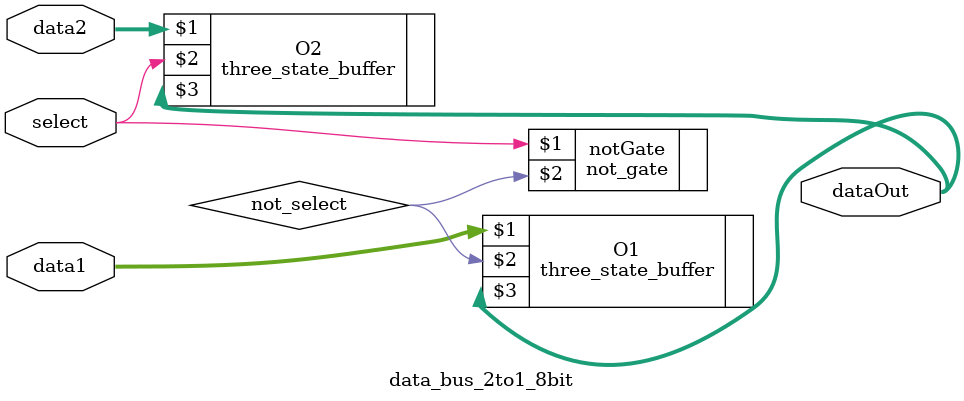
<source format=v>
`timescale 1ns / 1ps

module data_bus_2to1_8bit(
    input [7:0] data1,
    input [7:0] data2,
    input wire select,
    output [7:0] dataOut
    );
    wire not_select;
    not_gate notGate(select, not_select); 
    
    three_state_buffer O1(data1, not_select, dataOut);
    three_state_buffer O2(data2, select, dataOut);
endmodule

</source>
